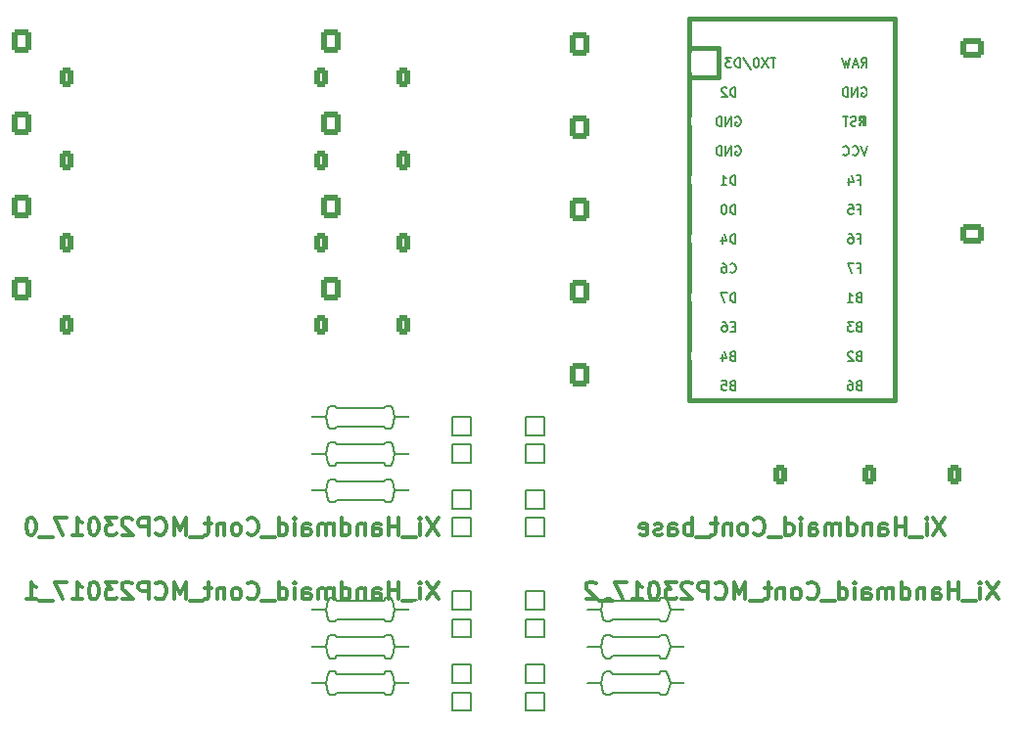
<source format=gbo>
G04 #@! TF.GenerationSoftware,KiCad,Pcbnew,(6.0.7)*
G04 #@! TF.CreationDate,2022-09-26T20:42:46+09:00*
G04 #@! TF.ProjectId,xi_cont,78695f63-6f6e-4742-9e6b-696361645f70,rev?*
G04 #@! TF.SameCoordinates,Original*
G04 #@! TF.FileFunction,Legend,Bot*
G04 #@! TF.FilePolarity,Positive*
%FSLAX46Y46*%
G04 Gerber Fmt 4.6, Leading zero omitted, Abs format (unit mm)*
G04 Created by KiCad (PCBNEW (6.0.7)) date 2022-09-26 20:42:46*
%MOMM*%
%LPD*%
G01*
G04 APERTURE LIST*
G04 Aperture macros list*
%AMRoundRect*
0 Rectangle with rounded corners*
0 $1 Rounding radius*
0 $2 $3 $4 $5 $6 $7 $8 $9 X,Y pos of 4 corners*
0 Add a 4 corners polygon primitive as box body*
4,1,4,$2,$3,$4,$5,$6,$7,$8,$9,$2,$3,0*
0 Add four circle primitives for the rounded corners*
1,1,$1+$1,$2,$3*
1,1,$1+$1,$4,$5*
1,1,$1+$1,$6,$7*
1,1,$1+$1,$8,$9*
0 Add four rect primitives between the rounded corners*
20,1,$1+$1,$2,$3,$4,$5,0*
20,1,$1+$1,$4,$5,$6,$7,0*
20,1,$1+$1,$6,$7,$8,$9,0*
20,1,$1+$1,$8,$9,$2,$3,0*%
G04 Aperture macros list end*
%ADD10C,0.300000*%
%ADD11C,0.150000*%
%ADD12C,0.381000*%
%ADD13C,1.651000*%
%ADD14R,1.752600X1.752600*%
%ADD15C,1.752600*%
%ADD16RoundRect,0.250000X-0.600000X-0.725000X0.600000X-0.725000X0.600000X0.725000X-0.600000X0.725000X0*%
%ADD17O,1.700000X1.950000*%
%ADD18RoundRect,0.250000X-0.350000X-0.625000X0.350000X-0.625000X0.350000X0.625000X-0.350000X0.625000X0*%
%ADD19O,1.200000X1.750000*%
%ADD20R,1.600000X1.600000*%
%ADD21O,1.600000X1.600000*%
%ADD22C,1.400000*%
%ADD23RoundRect,0.250000X-0.725000X0.600000X-0.725000X-0.600000X0.725000X-0.600000X0.725000X0.600000X0*%
%ADD24O,1.950000X1.700000*%
G04 APERTURE END LIST*
D10*
X77388392Y-89666071D02*
X76388392Y-91166071D01*
X76388392Y-89666071D02*
X77388392Y-91166071D01*
X75816964Y-91166071D02*
X75816964Y-90166071D01*
X75816964Y-89666071D02*
X75888392Y-89737500D01*
X75816964Y-89808928D01*
X75745535Y-89737500D01*
X75816964Y-89666071D01*
X75816964Y-89808928D01*
X75459821Y-91308928D02*
X74316964Y-91308928D01*
X73959821Y-91166071D02*
X73959821Y-89666071D01*
X73959821Y-90380357D02*
X73102678Y-90380357D01*
X73102678Y-91166071D02*
X73102678Y-89666071D01*
X71745535Y-91166071D02*
X71745535Y-90380357D01*
X71816964Y-90237500D01*
X71959821Y-90166071D01*
X72245535Y-90166071D01*
X72388392Y-90237500D01*
X71745535Y-91094642D02*
X71888392Y-91166071D01*
X72245535Y-91166071D01*
X72388392Y-91094642D01*
X72459821Y-90951785D01*
X72459821Y-90808928D01*
X72388392Y-90666071D01*
X72245535Y-90594642D01*
X71888392Y-90594642D01*
X71745535Y-90523214D01*
X71031250Y-90166071D02*
X71031250Y-91166071D01*
X71031250Y-90308928D02*
X70959821Y-90237500D01*
X70816964Y-90166071D01*
X70602678Y-90166071D01*
X70459821Y-90237500D01*
X70388392Y-90380357D01*
X70388392Y-91166071D01*
X69031250Y-91166071D02*
X69031250Y-89666071D01*
X69031250Y-91094642D02*
X69174107Y-91166071D01*
X69459821Y-91166071D01*
X69602678Y-91094642D01*
X69674107Y-91023214D01*
X69745535Y-90880357D01*
X69745535Y-90451785D01*
X69674107Y-90308928D01*
X69602678Y-90237500D01*
X69459821Y-90166071D01*
X69174107Y-90166071D01*
X69031250Y-90237500D01*
X68316964Y-91166071D02*
X68316964Y-90166071D01*
X68316964Y-90308928D02*
X68245535Y-90237500D01*
X68102678Y-90166071D01*
X67888392Y-90166071D01*
X67745535Y-90237500D01*
X67674107Y-90380357D01*
X67674107Y-91166071D01*
X67674107Y-90380357D02*
X67602678Y-90237500D01*
X67459821Y-90166071D01*
X67245535Y-90166071D01*
X67102678Y-90237500D01*
X67031250Y-90380357D01*
X67031250Y-91166071D01*
X65674107Y-91166071D02*
X65674107Y-90380357D01*
X65745535Y-90237500D01*
X65888392Y-90166071D01*
X66174107Y-90166071D01*
X66316964Y-90237500D01*
X65674107Y-91094642D02*
X65816964Y-91166071D01*
X66174107Y-91166071D01*
X66316964Y-91094642D01*
X66388392Y-90951785D01*
X66388392Y-90808928D01*
X66316964Y-90666071D01*
X66174107Y-90594642D01*
X65816964Y-90594642D01*
X65674107Y-90523214D01*
X64959821Y-91166071D02*
X64959821Y-90166071D01*
X64959821Y-89666071D02*
X65031250Y-89737500D01*
X64959821Y-89808928D01*
X64888392Y-89737500D01*
X64959821Y-89666071D01*
X64959821Y-89808928D01*
X63602678Y-91166071D02*
X63602678Y-89666071D01*
X63602678Y-91094642D02*
X63745535Y-91166071D01*
X64031250Y-91166071D01*
X64174107Y-91094642D01*
X64245535Y-91023214D01*
X64316964Y-90880357D01*
X64316964Y-90451785D01*
X64245535Y-90308928D01*
X64174107Y-90237500D01*
X64031250Y-90166071D01*
X63745535Y-90166071D01*
X63602678Y-90237500D01*
X63245535Y-91308928D02*
X62102678Y-91308928D01*
X60888392Y-91023214D02*
X60959821Y-91094642D01*
X61174107Y-91166071D01*
X61316964Y-91166071D01*
X61531250Y-91094642D01*
X61674107Y-90951785D01*
X61745535Y-90808928D01*
X61816964Y-90523214D01*
X61816964Y-90308928D01*
X61745535Y-90023214D01*
X61674107Y-89880357D01*
X61531250Y-89737500D01*
X61316964Y-89666071D01*
X61174107Y-89666071D01*
X60959821Y-89737500D01*
X60888392Y-89808928D01*
X60031250Y-91166071D02*
X60174107Y-91094642D01*
X60245535Y-91023214D01*
X60316964Y-90880357D01*
X60316964Y-90451785D01*
X60245535Y-90308928D01*
X60174107Y-90237500D01*
X60031250Y-90166071D01*
X59816964Y-90166071D01*
X59674107Y-90237500D01*
X59602678Y-90308928D01*
X59531250Y-90451785D01*
X59531250Y-90880357D01*
X59602678Y-91023214D01*
X59674107Y-91094642D01*
X59816964Y-91166071D01*
X60031250Y-91166071D01*
X58888392Y-90166071D02*
X58888392Y-91166071D01*
X58888392Y-90308928D02*
X58816964Y-90237500D01*
X58674107Y-90166071D01*
X58459821Y-90166071D01*
X58316964Y-90237500D01*
X58245535Y-90380357D01*
X58245535Y-91166071D01*
X57745535Y-90166071D02*
X57174107Y-90166071D01*
X57531250Y-89666071D02*
X57531250Y-90951785D01*
X57459821Y-91094642D01*
X57316964Y-91166071D01*
X57174107Y-91166071D01*
X57031250Y-91308928D02*
X55888392Y-91308928D01*
X55531250Y-91166071D02*
X55531250Y-89666071D01*
X55031250Y-90737500D01*
X54531250Y-89666071D01*
X54531250Y-91166071D01*
X52959821Y-91023214D02*
X53031250Y-91094642D01*
X53245535Y-91166071D01*
X53388392Y-91166071D01*
X53602678Y-91094642D01*
X53745535Y-90951785D01*
X53816964Y-90808928D01*
X53888392Y-90523214D01*
X53888392Y-90308928D01*
X53816964Y-90023214D01*
X53745535Y-89880357D01*
X53602678Y-89737500D01*
X53388392Y-89666071D01*
X53245535Y-89666071D01*
X53031250Y-89737500D01*
X52959821Y-89808928D01*
X52316964Y-91166071D02*
X52316964Y-89666071D01*
X51745535Y-89666071D01*
X51602678Y-89737500D01*
X51531250Y-89808928D01*
X51459821Y-89951785D01*
X51459821Y-90166071D01*
X51531250Y-90308928D01*
X51602678Y-90380357D01*
X51745535Y-90451785D01*
X52316964Y-90451785D01*
X50888392Y-89808928D02*
X50816964Y-89737500D01*
X50674107Y-89666071D01*
X50316964Y-89666071D01*
X50174107Y-89737500D01*
X50102678Y-89808928D01*
X50031250Y-89951785D01*
X50031250Y-90094642D01*
X50102678Y-90308928D01*
X50959821Y-91166071D01*
X50031250Y-91166071D01*
X49531250Y-89666071D02*
X48602678Y-89666071D01*
X49102678Y-90237500D01*
X48888392Y-90237500D01*
X48745535Y-90308928D01*
X48674107Y-90380357D01*
X48602678Y-90523214D01*
X48602678Y-90880357D01*
X48674107Y-91023214D01*
X48745535Y-91094642D01*
X48888392Y-91166071D01*
X49316964Y-91166071D01*
X49459821Y-91094642D01*
X49531250Y-91023214D01*
X47674107Y-89666071D02*
X47531250Y-89666071D01*
X47388392Y-89737500D01*
X47316964Y-89808928D01*
X47245535Y-89951785D01*
X47174107Y-90237500D01*
X47174107Y-90594642D01*
X47245535Y-90880357D01*
X47316964Y-91023214D01*
X47388392Y-91094642D01*
X47531250Y-91166071D01*
X47674107Y-91166071D01*
X47816964Y-91094642D01*
X47888392Y-91023214D01*
X47959821Y-90880357D01*
X48031250Y-90594642D01*
X48031250Y-90237500D01*
X47959821Y-89951785D01*
X47888392Y-89808928D01*
X47816964Y-89737500D01*
X47674107Y-89666071D01*
X45745535Y-91166071D02*
X46602678Y-91166071D01*
X46174107Y-91166071D02*
X46174107Y-89666071D01*
X46316964Y-89880357D01*
X46459821Y-90023214D01*
X46602678Y-90094642D01*
X45245535Y-89666071D02*
X44245535Y-89666071D01*
X44888392Y-91166071D01*
X44031250Y-91308928D02*
X42888392Y-91308928D01*
X41745535Y-91166071D02*
X42602678Y-91166071D01*
X42174107Y-91166071D02*
X42174107Y-89666071D01*
X42316964Y-89880357D01*
X42459821Y-90023214D01*
X42602678Y-90094642D01*
X121200000Y-84109821D02*
X120200000Y-85609821D01*
X120200000Y-84109821D02*
X121200000Y-85609821D01*
X119628571Y-85609821D02*
X119628571Y-84609821D01*
X119628571Y-84109821D02*
X119700000Y-84181250D01*
X119628571Y-84252678D01*
X119557142Y-84181250D01*
X119628571Y-84109821D01*
X119628571Y-84252678D01*
X119271428Y-85752678D02*
X118128571Y-85752678D01*
X117771428Y-85609821D02*
X117771428Y-84109821D01*
X117771428Y-84824107D02*
X116914285Y-84824107D01*
X116914285Y-85609821D02*
X116914285Y-84109821D01*
X115557142Y-85609821D02*
X115557142Y-84824107D01*
X115628571Y-84681250D01*
X115771428Y-84609821D01*
X116057142Y-84609821D01*
X116200000Y-84681250D01*
X115557142Y-85538392D02*
X115700000Y-85609821D01*
X116057142Y-85609821D01*
X116200000Y-85538392D01*
X116271428Y-85395535D01*
X116271428Y-85252678D01*
X116200000Y-85109821D01*
X116057142Y-85038392D01*
X115700000Y-85038392D01*
X115557142Y-84966964D01*
X114842857Y-84609821D02*
X114842857Y-85609821D01*
X114842857Y-84752678D02*
X114771428Y-84681250D01*
X114628571Y-84609821D01*
X114414285Y-84609821D01*
X114271428Y-84681250D01*
X114200000Y-84824107D01*
X114200000Y-85609821D01*
X112842857Y-85609821D02*
X112842857Y-84109821D01*
X112842857Y-85538392D02*
X112985714Y-85609821D01*
X113271428Y-85609821D01*
X113414285Y-85538392D01*
X113485714Y-85466964D01*
X113557142Y-85324107D01*
X113557142Y-84895535D01*
X113485714Y-84752678D01*
X113414285Y-84681250D01*
X113271428Y-84609821D01*
X112985714Y-84609821D01*
X112842857Y-84681250D01*
X112128571Y-85609821D02*
X112128571Y-84609821D01*
X112128571Y-84752678D02*
X112057142Y-84681250D01*
X111914285Y-84609821D01*
X111700000Y-84609821D01*
X111557142Y-84681250D01*
X111485714Y-84824107D01*
X111485714Y-85609821D01*
X111485714Y-84824107D02*
X111414285Y-84681250D01*
X111271428Y-84609821D01*
X111057142Y-84609821D01*
X110914285Y-84681250D01*
X110842857Y-84824107D01*
X110842857Y-85609821D01*
X109485714Y-85609821D02*
X109485714Y-84824107D01*
X109557142Y-84681250D01*
X109700000Y-84609821D01*
X109985714Y-84609821D01*
X110128571Y-84681250D01*
X109485714Y-85538392D02*
X109628571Y-85609821D01*
X109985714Y-85609821D01*
X110128571Y-85538392D01*
X110200000Y-85395535D01*
X110200000Y-85252678D01*
X110128571Y-85109821D01*
X109985714Y-85038392D01*
X109628571Y-85038392D01*
X109485714Y-84966964D01*
X108771428Y-85609821D02*
X108771428Y-84609821D01*
X108771428Y-84109821D02*
X108842857Y-84181250D01*
X108771428Y-84252678D01*
X108700000Y-84181250D01*
X108771428Y-84109821D01*
X108771428Y-84252678D01*
X107414285Y-85609821D02*
X107414285Y-84109821D01*
X107414285Y-85538392D02*
X107557142Y-85609821D01*
X107842857Y-85609821D01*
X107985714Y-85538392D01*
X108057142Y-85466964D01*
X108128571Y-85324107D01*
X108128571Y-84895535D01*
X108057142Y-84752678D01*
X107985714Y-84681250D01*
X107842857Y-84609821D01*
X107557142Y-84609821D01*
X107414285Y-84681250D01*
X107057142Y-85752678D02*
X105914285Y-85752678D01*
X104700000Y-85466964D02*
X104771428Y-85538392D01*
X104985714Y-85609821D01*
X105128571Y-85609821D01*
X105342857Y-85538392D01*
X105485714Y-85395535D01*
X105557142Y-85252678D01*
X105628571Y-84966964D01*
X105628571Y-84752678D01*
X105557142Y-84466964D01*
X105485714Y-84324107D01*
X105342857Y-84181250D01*
X105128571Y-84109821D01*
X104985714Y-84109821D01*
X104771428Y-84181250D01*
X104700000Y-84252678D01*
X103842857Y-85609821D02*
X103985714Y-85538392D01*
X104057142Y-85466964D01*
X104128571Y-85324107D01*
X104128571Y-84895535D01*
X104057142Y-84752678D01*
X103985714Y-84681250D01*
X103842857Y-84609821D01*
X103628571Y-84609821D01*
X103485714Y-84681250D01*
X103414285Y-84752678D01*
X103342857Y-84895535D01*
X103342857Y-85324107D01*
X103414285Y-85466964D01*
X103485714Y-85538392D01*
X103628571Y-85609821D01*
X103842857Y-85609821D01*
X102700000Y-84609821D02*
X102700000Y-85609821D01*
X102700000Y-84752678D02*
X102628571Y-84681250D01*
X102485714Y-84609821D01*
X102271428Y-84609821D01*
X102128571Y-84681250D01*
X102057142Y-84824107D01*
X102057142Y-85609821D01*
X101557142Y-84609821D02*
X100985714Y-84609821D01*
X101342857Y-84109821D02*
X101342857Y-85395535D01*
X101271428Y-85538392D01*
X101128571Y-85609821D01*
X100985714Y-85609821D01*
X100842857Y-85752678D02*
X99700000Y-85752678D01*
X99342857Y-85609821D02*
X99342857Y-84109821D01*
X99342857Y-84681250D02*
X99200000Y-84609821D01*
X98914285Y-84609821D01*
X98771428Y-84681250D01*
X98700000Y-84752678D01*
X98628571Y-84895535D01*
X98628571Y-85324107D01*
X98700000Y-85466964D01*
X98771428Y-85538392D01*
X98914285Y-85609821D01*
X99200000Y-85609821D01*
X99342857Y-85538392D01*
X97342857Y-85609821D02*
X97342857Y-84824107D01*
X97414285Y-84681250D01*
X97557142Y-84609821D01*
X97842857Y-84609821D01*
X97985714Y-84681250D01*
X97342857Y-85538392D02*
X97485714Y-85609821D01*
X97842857Y-85609821D01*
X97985714Y-85538392D01*
X98057142Y-85395535D01*
X98057142Y-85252678D01*
X97985714Y-85109821D01*
X97842857Y-85038392D01*
X97485714Y-85038392D01*
X97342857Y-84966964D01*
X96700000Y-85538392D02*
X96557142Y-85609821D01*
X96271428Y-85609821D01*
X96128571Y-85538392D01*
X96057142Y-85395535D01*
X96057142Y-85324107D01*
X96128571Y-85181250D01*
X96271428Y-85109821D01*
X96485714Y-85109821D01*
X96628571Y-85038392D01*
X96700000Y-84895535D01*
X96700000Y-84824107D01*
X96628571Y-84681250D01*
X96485714Y-84609821D01*
X96271428Y-84609821D01*
X96128571Y-84681250D01*
X94842857Y-85538392D02*
X94985714Y-85609821D01*
X95271428Y-85609821D01*
X95414285Y-85538392D01*
X95485714Y-85395535D01*
X95485714Y-84824107D01*
X95414285Y-84681250D01*
X95271428Y-84609821D01*
X94985714Y-84609821D01*
X94842857Y-84681250D01*
X94771428Y-84824107D01*
X94771428Y-84966964D01*
X95485714Y-85109821D01*
X77388392Y-84109821D02*
X76388392Y-85609821D01*
X76388392Y-84109821D02*
X77388392Y-85609821D01*
X75816964Y-85609821D02*
X75816964Y-84609821D01*
X75816964Y-84109821D02*
X75888392Y-84181250D01*
X75816964Y-84252678D01*
X75745535Y-84181250D01*
X75816964Y-84109821D01*
X75816964Y-84252678D01*
X75459821Y-85752678D02*
X74316964Y-85752678D01*
X73959821Y-85609821D02*
X73959821Y-84109821D01*
X73959821Y-84824107D02*
X73102678Y-84824107D01*
X73102678Y-85609821D02*
X73102678Y-84109821D01*
X71745535Y-85609821D02*
X71745535Y-84824107D01*
X71816964Y-84681250D01*
X71959821Y-84609821D01*
X72245535Y-84609821D01*
X72388392Y-84681250D01*
X71745535Y-85538392D02*
X71888392Y-85609821D01*
X72245535Y-85609821D01*
X72388392Y-85538392D01*
X72459821Y-85395535D01*
X72459821Y-85252678D01*
X72388392Y-85109821D01*
X72245535Y-85038392D01*
X71888392Y-85038392D01*
X71745535Y-84966964D01*
X71031250Y-84609821D02*
X71031250Y-85609821D01*
X71031250Y-84752678D02*
X70959821Y-84681250D01*
X70816964Y-84609821D01*
X70602678Y-84609821D01*
X70459821Y-84681250D01*
X70388392Y-84824107D01*
X70388392Y-85609821D01*
X69031250Y-85609821D02*
X69031250Y-84109821D01*
X69031250Y-85538392D02*
X69174107Y-85609821D01*
X69459821Y-85609821D01*
X69602678Y-85538392D01*
X69674107Y-85466964D01*
X69745535Y-85324107D01*
X69745535Y-84895535D01*
X69674107Y-84752678D01*
X69602678Y-84681250D01*
X69459821Y-84609821D01*
X69174107Y-84609821D01*
X69031250Y-84681250D01*
X68316964Y-85609821D02*
X68316964Y-84609821D01*
X68316964Y-84752678D02*
X68245535Y-84681250D01*
X68102678Y-84609821D01*
X67888392Y-84609821D01*
X67745535Y-84681250D01*
X67674107Y-84824107D01*
X67674107Y-85609821D01*
X67674107Y-84824107D02*
X67602678Y-84681250D01*
X67459821Y-84609821D01*
X67245535Y-84609821D01*
X67102678Y-84681250D01*
X67031250Y-84824107D01*
X67031250Y-85609821D01*
X65674107Y-85609821D02*
X65674107Y-84824107D01*
X65745535Y-84681250D01*
X65888392Y-84609821D01*
X66174107Y-84609821D01*
X66316964Y-84681250D01*
X65674107Y-85538392D02*
X65816964Y-85609821D01*
X66174107Y-85609821D01*
X66316964Y-85538392D01*
X66388392Y-85395535D01*
X66388392Y-85252678D01*
X66316964Y-85109821D01*
X66174107Y-85038392D01*
X65816964Y-85038392D01*
X65674107Y-84966964D01*
X64959821Y-85609821D02*
X64959821Y-84609821D01*
X64959821Y-84109821D02*
X65031250Y-84181250D01*
X64959821Y-84252678D01*
X64888392Y-84181250D01*
X64959821Y-84109821D01*
X64959821Y-84252678D01*
X63602678Y-85609821D02*
X63602678Y-84109821D01*
X63602678Y-85538392D02*
X63745535Y-85609821D01*
X64031250Y-85609821D01*
X64174107Y-85538392D01*
X64245535Y-85466964D01*
X64316964Y-85324107D01*
X64316964Y-84895535D01*
X64245535Y-84752678D01*
X64174107Y-84681250D01*
X64031250Y-84609821D01*
X63745535Y-84609821D01*
X63602678Y-84681250D01*
X63245535Y-85752678D02*
X62102678Y-85752678D01*
X60888392Y-85466964D02*
X60959821Y-85538392D01*
X61174107Y-85609821D01*
X61316964Y-85609821D01*
X61531250Y-85538392D01*
X61674107Y-85395535D01*
X61745535Y-85252678D01*
X61816964Y-84966964D01*
X61816964Y-84752678D01*
X61745535Y-84466964D01*
X61674107Y-84324107D01*
X61531250Y-84181250D01*
X61316964Y-84109821D01*
X61174107Y-84109821D01*
X60959821Y-84181250D01*
X60888392Y-84252678D01*
X60031250Y-85609821D02*
X60174107Y-85538392D01*
X60245535Y-85466964D01*
X60316964Y-85324107D01*
X60316964Y-84895535D01*
X60245535Y-84752678D01*
X60174107Y-84681250D01*
X60031250Y-84609821D01*
X59816964Y-84609821D01*
X59674107Y-84681250D01*
X59602678Y-84752678D01*
X59531250Y-84895535D01*
X59531250Y-85324107D01*
X59602678Y-85466964D01*
X59674107Y-85538392D01*
X59816964Y-85609821D01*
X60031250Y-85609821D01*
X58888392Y-84609821D02*
X58888392Y-85609821D01*
X58888392Y-84752678D02*
X58816964Y-84681250D01*
X58674107Y-84609821D01*
X58459821Y-84609821D01*
X58316964Y-84681250D01*
X58245535Y-84824107D01*
X58245535Y-85609821D01*
X57745535Y-84609821D02*
X57174107Y-84609821D01*
X57531250Y-84109821D02*
X57531250Y-85395535D01*
X57459821Y-85538392D01*
X57316964Y-85609821D01*
X57174107Y-85609821D01*
X57031250Y-85752678D02*
X55888392Y-85752678D01*
X55531250Y-85609821D02*
X55531250Y-84109821D01*
X55031250Y-85181250D01*
X54531250Y-84109821D01*
X54531250Y-85609821D01*
X52959821Y-85466964D02*
X53031250Y-85538392D01*
X53245535Y-85609821D01*
X53388392Y-85609821D01*
X53602678Y-85538392D01*
X53745535Y-85395535D01*
X53816964Y-85252678D01*
X53888392Y-84966964D01*
X53888392Y-84752678D01*
X53816964Y-84466964D01*
X53745535Y-84324107D01*
X53602678Y-84181250D01*
X53388392Y-84109821D01*
X53245535Y-84109821D01*
X53031250Y-84181250D01*
X52959821Y-84252678D01*
X52316964Y-85609821D02*
X52316964Y-84109821D01*
X51745535Y-84109821D01*
X51602678Y-84181250D01*
X51531250Y-84252678D01*
X51459821Y-84395535D01*
X51459821Y-84609821D01*
X51531250Y-84752678D01*
X51602678Y-84824107D01*
X51745535Y-84895535D01*
X52316964Y-84895535D01*
X50888392Y-84252678D02*
X50816964Y-84181250D01*
X50674107Y-84109821D01*
X50316964Y-84109821D01*
X50174107Y-84181250D01*
X50102678Y-84252678D01*
X50031250Y-84395535D01*
X50031250Y-84538392D01*
X50102678Y-84752678D01*
X50959821Y-85609821D01*
X50031250Y-85609821D01*
X49531250Y-84109821D02*
X48602678Y-84109821D01*
X49102678Y-84681250D01*
X48888392Y-84681250D01*
X48745535Y-84752678D01*
X48674107Y-84824107D01*
X48602678Y-84966964D01*
X48602678Y-85324107D01*
X48674107Y-85466964D01*
X48745535Y-85538392D01*
X48888392Y-85609821D01*
X49316964Y-85609821D01*
X49459821Y-85538392D01*
X49531250Y-85466964D01*
X47674107Y-84109821D02*
X47531250Y-84109821D01*
X47388392Y-84181250D01*
X47316964Y-84252678D01*
X47245535Y-84395535D01*
X47174107Y-84681250D01*
X47174107Y-85038392D01*
X47245535Y-85324107D01*
X47316964Y-85466964D01*
X47388392Y-85538392D01*
X47531250Y-85609821D01*
X47674107Y-85609821D01*
X47816964Y-85538392D01*
X47888392Y-85466964D01*
X47959821Y-85324107D01*
X48031250Y-85038392D01*
X48031250Y-84681250D01*
X47959821Y-84395535D01*
X47888392Y-84252678D01*
X47816964Y-84181250D01*
X47674107Y-84109821D01*
X45745535Y-85609821D02*
X46602678Y-85609821D01*
X46174107Y-85609821D02*
X46174107Y-84109821D01*
X46316964Y-84324107D01*
X46459821Y-84466964D01*
X46602678Y-84538392D01*
X45245535Y-84109821D02*
X44245535Y-84109821D01*
X44888392Y-85609821D01*
X44031250Y-85752678D02*
X42888392Y-85752678D01*
X42245535Y-84109821D02*
X42102678Y-84109821D01*
X41959821Y-84181250D01*
X41888392Y-84252678D01*
X41816964Y-84395535D01*
X41745535Y-84681250D01*
X41745535Y-85038392D01*
X41816964Y-85324107D01*
X41888392Y-85466964D01*
X41959821Y-85538392D01*
X42102678Y-85609821D01*
X42245535Y-85609821D01*
X42388392Y-85538392D01*
X42459821Y-85466964D01*
X42531250Y-85324107D01*
X42602678Y-85038392D01*
X42602678Y-84681250D01*
X42531250Y-84395535D01*
X42459821Y-84252678D01*
X42388392Y-84181250D01*
X42245535Y-84109821D01*
X125807142Y-89666071D02*
X124807142Y-91166071D01*
X124807142Y-89666071D02*
X125807142Y-91166071D01*
X124235714Y-91166071D02*
X124235714Y-90166071D01*
X124235714Y-89666071D02*
X124307142Y-89737500D01*
X124235714Y-89808928D01*
X124164285Y-89737500D01*
X124235714Y-89666071D01*
X124235714Y-89808928D01*
X123878571Y-91308928D02*
X122735714Y-91308928D01*
X122378571Y-91166071D02*
X122378571Y-89666071D01*
X122378571Y-90380357D02*
X121521428Y-90380357D01*
X121521428Y-91166071D02*
X121521428Y-89666071D01*
X120164285Y-91166071D02*
X120164285Y-90380357D01*
X120235714Y-90237500D01*
X120378571Y-90166071D01*
X120664285Y-90166071D01*
X120807142Y-90237500D01*
X120164285Y-91094642D02*
X120307142Y-91166071D01*
X120664285Y-91166071D01*
X120807142Y-91094642D01*
X120878571Y-90951785D01*
X120878571Y-90808928D01*
X120807142Y-90666071D01*
X120664285Y-90594642D01*
X120307142Y-90594642D01*
X120164285Y-90523214D01*
X119450000Y-90166071D02*
X119450000Y-91166071D01*
X119450000Y-90308928D02*
X119378571Y-90237500D01*
X119235714Y-90166071D01*
X119021428Y-90166071D01*
X118878571Y-90237500D01*
X118807142Y-90380357D01*
X118807142Y-91166071D01*
X117450000Y-91166071D02*
X117450000Y-89666071D01*
X117450000Y-91094642D02*
X117592857Y-91166071D01*
X117878571Y-91166071D01*
X118021428Y-91094642D01*
X118092857Y-91023214D01*
X118164285Y-90880357D01*
X118164285Y-90451785D01*
X118092857Y-90308928D01*
X118021428Y-90237500D01*
X117878571Y-90166071D01*
X117592857Y-90166071D01*
X117450000Y-90237500D01*
X116735714Y-91166071D02*
X116735714Y-90166071D01*
X116735714Y-90308928D02*
X116664285Y-90237500D01*
X116521428Y-90166071D01*
X116307142Y-90166071D01*
X116164285Y-90237500D01*
X116092857Y-90380357D01*
X116092857Y-91166071D01*
X116092857Y-90380357D02*
X116021428Y-90237500D01*
X115878571Y-90166071D01*
X115664285Y-90166071D01*
X115521428Y-90237500D01*
X115450000Y-90380357D01*
X115450000Y-91166071D01*
X114092857Y-91166071D02*
X114092857Y-90380357D01*
X114164285Y-90237500D01*
X114307142Y-90166071D01*
X114592857Y-90166071D01*
X114735714Y-90237500D01*
X114092857Y-91094642D02*
X114235714Y-91166071D01*
X114592857Y-91166071D01*
X114735714Y-91094642D01*
X114807142Y-90951785D01*
X114807142Y-90808928D01*
X114735714Y-90666071D01*
X114592857Y-90594642D01*
X114235714Y-90594642D01*
X114092857Y-90523214D01*
X113378571Y-91166071D02*
X113378571Y-90166071D01*
X113378571Y-89666071D02*
X113450000Y-89737500D01*
X113378571Y-89808928D01*
X113307142Y-89737500D01*
X113378571Y-89666071D01*
X113378571Y-89808928D01*
X112021428Y-91166071D02*
X112021428Y-89666071D01*
X112021428Y-91094642D02*
X112164285Y-91166071D01*
X112450000Y-91166071D01*
X112592857Y-91094642D01*
X112664285Y-91023214D01*
X112735714Y-90880357D01*
X112735714Y-90451785D01*
X112664285Y-90308928D01*
X112592857Y-90237500D01*
X112450000Y-90166071D01*
X112164285Y-90166071D01*
X112021428Y-90237500D01*
X111664285Y-91308928D02*
X110521428Y-91308928D01*
X109307142Y-91023214D02*
X109378571Y-91094642D01*
X109592857Y-91166071D01*
X109735714Y-91166071D01*
X109950000Y-91094642D01*
X110092857Y-90951785D01*
X110164285Y-90808928D01*
X110235714Y-90523214D01*
X110235714Y-90308928D01*
X110164285Y-90023214D01*
X110092857Y-89880357D01*
X109950000Y-89737500D01*
X109735714Y-89666071D01*
X109592857Y-89666071D01*
X109378571Y-89737500D01*
X109307142Y-89808928D01*
X108450000Y-91166071D02*
X108592857Y-91094642D01*
X108664285Y-91023214D01*
X108735714Y-90880357D01*
X108735714Y-90451785D01*
X108664285Y-90308928D01*
X108592857Y-90237500D01*
X108450000Y-90166071D01*
X108235714Y-90166071D01*
X108092857Y-90237500D01*
X108021428Y-90308928D01*
X107950000Y-90451785D01*
X107950000Y-90880357D01*
X108021428Y-91023214D01*
X108092857Y-91094642D01*
X108235714Y-91166071D01*
X108450000Y-91166071D01*
X107307142Y-90166071D02*
X107307142Y-91166071D01*
X107307142Y-90308928D02*
X107235714Y-90237500D01*
X107092857Y-90166071D01*
X106878571Y-90166071D01*
X106735714Y-90237500D01*
X106664285Y-90380357D01*
X106664285Y-91166071D01*
X106164285Y-90166071D02*
X105592857Y-90166071D01*
X105950000Y-89666071D02*
X105950000Y-90951785D01*
X105878571Y-91094642D01*
X105735714Y-91166071D01*
X105592857Y-91166071D01*
X105450000Y-91308928D02*
X104307142Y-91308928D01*
X103950000Y-91166071D02*
X103950000Y-89666071D01*
X103450000Y-90737500D01*
X102950000Y-89666071D01*
X102950000Y-91166071D01*
X101378571Y-91023214D02*
X101450000Y-91094642D01*
X101664285Y-91166071D01*
X101807142Y-91166071D01*
X102021428Y-91094642D01*
X102164285Y-90951785D01*
X102235714Y-90808928D01*
X102307142Y-90523214D01*
X102307142Y-90308928D01*
X102235714Y-90023214D01*
X102164285Y-89880357D01*
X102021428Y-89737500D01*
X101807142Y-89666071D01*
X101664285Y-89666071D01*
X101450000Y-89737500D01*
X101378571Y-89808928D01*
X100735714Y-91166071D02*
X100735714Y-89666071D01*
X100164285Y-89666071D01*
X100021428Y-89737500D01*
X99950000Y-89808928D01*
X99878571Y-89951785D01*
X99878571Y-90166071D01*
X99950000Y-90308928D01*
X100021428Y-90380357D01*
X100164285Y-90451785D01*
X100735714Y-90451785D01*
X99307142Y-89808928D02*
X99235714Y-89737500D01*
X99092857Y-89666071D01*
X98735714Y-89666071D01*
X98592857Y-89737500D01*
X98521428Y-89808928D01*
X98450000Y-89951785D01*
X98450000Y-90094642D01*
X98521428Y-90308928D01*
X99378571Y-91166071D01*
X98450000Y-91166071D01*
X97950000Y-89666071D02*
X97021428Y-89666071D01*
X97521428Y-90237500D01*
X97307142Y-90237500D01*
X97164285Y-90308928D01*
X97092857Y-90380357D01*
X97021428Y-90523214D01*
X97021428Y-90880357D01*
X97092857Y-91023214D01*
X97164285Y-91094642D01*
X97307142Y-91166071D01*
X97735714Y-91166071D01*
X97878571Y-91094642D01*
X97950000Y-91023214D01*
X96092857Y-89666071D02*
X95950000Y-89666071D01*
X95807142Y-89737500D01*
X95735714Y-89808928D01*
X95664285Y-89951785D01*
X95592857Y-90237500D01*
X95592857Y-90594642D01*
X95664285Y-90880357D01*
X95735714Y-91023214D01*
X95807142Y-91094642D01*
X95950000Y-91166071D01*
X96092857Y-91166071D01*
X96235714Y-91094642D01*
X96307142Y-91023214D01*
X96378571Y-90880357D01*
X96450000Y-90594642D01*
X96450000Y-90237500D01*
X96378571Y-89951785D01*
X96307142Y-89808928D01*
X96235714Y-89737500D01*
X96092857Y-89666071D01*
X94164285Y-91166071D02*
X95021428Y-91166071D01*
X94592857Y-91166071D02*
X94592857Y-89666071D01*
X94735714Y-89880357D01*
X94878571Y-90023214D01*
X95021428Y-90094642D01*
X93664285Y-89666071D02*
X92664285Y-89666071D01*
X93307142Y-91166071D01*
X92450000Y-91308928D02*
X91307142Y-91308928D01*
X91021428Y-89808928D02*
X90950000Y-89737500D01*
X90807142Y-89666071D01*
X90450000Y-89666071D01*
X90307142Y-89737500D01*
X90235714Y-89808928D01*
X90164285Y-89951785D01*
X90164285Y-90094642D01*
X90235714Y-90308928D01*
X91092857Y-91166071D01*
X90164285Y-91166071D01*
D11*
X113677666Y-62490357D02*
X113944333Y-62490357D01*
X113944333Y-62909404D02*
X113944333Y-62109404D01*
X113563380Y-62109404D01*
X113334809Y-62109404D02*
X112801476Y-62109404D01*
X113144333Y-62909404D01*
X113734809Y-70110357D02*
X113620523Y-70148452D01*
X113582428Y-70186547D01*
X113544333Y-70262738D01*
X113544333Y-70377023D01*
X113582428Y-70453214D01*
X113620523Y-70491309D01*
X113696714Y-70529404D01*
X114001476Y-70529404D01*
X114001476Y-69729404D01*
X113734809Y-69729404D01*
X113658619Y-69767500D01*
X113620523Y-69805595D01*
X113582428Y-69881785D01*
X113582428Y-69957976D01*
X113620523Y-70034166D01*
X113658619Y-70072261D01*
X113734809Y-70110357D01*
X114001476Y-70110357D01*
X113239571Y-69805595D02*
X113201476Y-69767500D01*
X113125285Y-69729404D01*
X112934809Y-69729404D01*
X112858619Y-69767500D01*
X112820523Y-69805595D01*
X112782428Y-69881785D01*
X112782428Y-69957976D01*
X112820523Y-70072261D01*
X113277666Y-70529404D01*
X112782428Y-70529404D01*
X103041380Y-67570357D02*
X102774714Y-67570357D01*
X102660428Y-67989404D02*
X103041380Y-67989404D01*
X103041380Y-67189404D01*
X102660428Y-67189404D01*
X101974714Y-67189404D02*
X102127095Y-67189404D01*
X102203285Y-67227500D01*
X102241380Y-67265595D01*
X102317571Y-67379880D01*
X102355666Y-67532261D01*
X102355666Y-67837023D01*
X102317571Y-67913214D01*
X102279476Y-67951309D01*
X102203285Y-67989404D01*
X102050904Y-67989404D01*
X101974714Y-67951309D01*
X101936619Y-67913214D01*
X101898523Y-67837023D01*
X101898523Y-67646547D01*
X101936619Y-67570357D01*
X101974714Y-67532261D01*
X102050904Y-67494166D01*
X102203285Y-67494166D01*
X102279476Y-67532261D01*
X102317571Y-67570357D01*
X102355666Y-67646547D01*
X102812809Y-70110357D02*
X102698523Y-70148452D01*
X102660428Y-70186547D01*
X102622333Y-70262738D01*
X102622333Y-70377023D01*
X102660428Y-70453214D01*
X102698523Y-70491309D01*
X102774714Y-70529404D01*
X103079476Y-70529404D01*
X103079476Y-69729404D01*
X102812809Y-69729404D01*
X102736619Y-69767500D01*
X102698523Y-69805595D01*
X102660428Y-69881785D01*
X102660428Y-69957976D01*
X102698523Y-70034166D01*
X102736619Y-70072261D01*
X102812809Y-70110357D01*
X103079476Y-70110357D01*
X101936619Y-69996071D02*
X101936619Y-70529404D01*
X102127095Y-69691309D02*
X102317571Y-70262738D01*
X101822333Y-70262738D01*
X103079476Y-60369404D02*
X103079476Y-59569404D01*
X102889000Y-59569404D01*
X102774714Y-59607500D01*
X102698523Y-59683690D01*
X102660428Y-59759880D01*
X102622333Y-59912261D01*
X102622333Y-60026547D01*
X102660428Y-60178928D01*
X102698523Y-60255119D01*
X102774714Y-60331309D01*
X102889000Y-60369404D01*
X103079476Y-60369404D01*
X101936619Y-59836071D02*
X101936619Y-60369404D01*
X102127095Y-59531309D02*
X102317571Y-60102738D01*
X101822333Y-60102738D01*
X103079476Y-47669404D02*
X103079476Y-46869404D01*
X102889000Y-46869404D01*
X102774714Y-46907500D01*
X102698523Y-46983690D01*
X102660428Y-47059880D01*
X102622333Y-47212261D01*
X102622333Y-47326547D01*
X102660428Y-47478928D01*
X102698523Y-47555119D01*
X102774714Y-47631309D01*
X102889000Y-47669404D01*
X103079476Y-47669404D01*
X102317571Y-46945595D02*
X102279476Y-46907500D01*
X102203285Y-46869404D01*
X102012809Y-46869404D01*
X101936619Y-46907500D01*
X101898523Y-46945595D01*
X101860428Y-47021785D01*
X101860428Y-47097976D01*
X101898523Y-47212261D01*
X102355666Y-47669404D01*
X101860428Y-47669404D01*
X114477666Y-51949404D02*
X114211000Y-52749404D01*
X113944333Y-51949404D01*
X113220523Y-52673214D02*
X113258619Y-52711309D01*
X113372904Y-52749404D01*
X113449095Y-52749404D01*
X113563380Y-52711309D01*
X113639571Y-52635119D01*
X113677666Y-52558928D01*
X113715761Y-52406547D01*
X113715761Y-52292261D01*
X113677666Y-52139880D01*
X113639571Y-52063690D01*
X113563380Y-51987500D01*
X113449095Y-51949404D01*
X113372904Y-51949404D01*
X113258619Y-51987500D01*
X113220523Y-52025595D01*
X112420523Y-52673214D02*
X112458619Y-52711309D01*
X112572904Y-52749404D01*
X112649095Y-52749404D01*
X112763380Y-52711309D01*
X112839571Y-52635119D01*
X112877666Y-52558928D01*
X112915761Y-52406547D01*
X112915761Y-52292261D01*
X112877666Y-52139880D01*
X112839571Y-52063690D01*
X112763380Y-51987500D01*
X112649095Y-51949404D01*
X112572904Y-51949404D01*
X112458619Y-51987500D01*
X112420523Y-52025595D01*
X113734809Y-72650357D02*
X113620523Y-72688452D01*
X113582428Y-72726547D01*
X113544333Y-72802738D01*
X113544333Y-72917023D01*
X113582428Y-72993214D01*
X113620523Y-73031309D01*
X113696714Y-73069404D01*
X114001476Y-73069404D01*
X114001476Y-72269404D01*
X113734809Y-72269404D01*
X113658619Y-72307500D01*
X113620523Y-72345595D01*
X113582428Y-72421785D01*
X113582428Y-72497976D01*
X113620523Y-72574166D01*
X113658619Y-72612261D01*
X113734809Y-72650357D01*
X114001476Y-72650357D01*
X112858619Y-72269404D02*
X113011000Y-72269404D01*
X113087190Y-72307500D01*
X113125285Y-72345595D01*
X113201476Y-72459880D01*
X113239571Y-72612261D01*
X113239571Y-72917023D01*
X113201476Y-72993214D01*
X113163380Y-73031309D01*
X113087190Y-73069404D01*
X112934809Y-73069404D01*
X112858619Y-73031309D01*
X112820523Y-72993214D01*
X112782428Y-72917023D01*
X112782428Y-72726547D01*
X112820523Y-72650357D01*
X112858619Y-72612261D01*
X112934809Y-72574166D01*
X113087190Y-72574166D01*
X113163380Y-72612261D01*
X113201476Y-72650357D01*
X113239571Y-72726547D01*
X103098523Y-49447500D02*
X103174714Y-49409404D01*
X103289000Y-49409404D01*
X103403285Y-49447500D01*
X103479476Y-49523690D01*
X103517571Y-49599880D01*
X103555666Y-49752261D01*
X103555666Y-49866547D01*
X103517571Y-50018928D01*
X103479476Y-50095119D01*
X103403285Y-50171309D01*
X103289000Y-50209404D01*
X103212809Y-50209404D01*
X103098523Y-50171309D01*
X103060428Y-50133214D01*
X103060428Y-49866547D01*
X103212809Y-49866547D01*
X102717571Y-50209404D02*
X102717571Y-49409404D01*
X102260428Y-50209404D01*
X102260428Y-49409404D01*
X101879476Y-50209404D02*
X101879476Y-49409404D01*
X101689000Y-49409404D01*
X101574714Y-49447500D01*
X101498523Y-49523690D01*
X101460428Y-49599880D01*
X101422333Y-49752261D01*
X101422333Y-49866547D01*
X101460428Y-50018928D01*
X101498523Y-50095119D01*
X101574714Y-50171309D01*
X101689000Y-50209404D01*
X101879476Y-50209404D01*
X113734809Y-67570357D02*
X113620523Y-67608452D01*
X113582428Y-67646547D01*
X113544333Y-67722738D01*
X113544333Y-67837023D01*
X113582428Y-67913214D01*
X113620523Y-67951309D01*
X113696714Y-67989404D01*
X114001476Y-67989404D01*
X114001476Y-67189404D01*
X113734809Y-67189404D01*
X113658619Y-67227500D01*
X113620523Y-67265595D01*
X113582428Y-67341785D01*
X113582428Y-67417976D01*
X113620523Y-67494166D01*
X113658619Y-67532261D01*
X113734809Y-67570357D01*
X114001476Y-67570357D01*
X113277666Y-67189404D02*
X112782428Y-67189404D01*
X113049095Y-67494166D01*
X112934809Y-67494166D01*
X112858619Y-67532261D01*
X112820523Y-67570357D01*
X112782428Y-67646547D01*
X112782428Y-67837023D01*
X112820523Y-67913214D01*
X112858619Y-67951309D01*
X112934809Y-67989404D01*
X113163380Y-67989404D01*
X113239571Y-67951309D01*
X113277666Y-67913214D01*
X113677666Y-59950357D02*
X113944333Y-59950357D01*
X113944333Y-60369404D02*
X113944333Y-59569404D01*
X113563380Y-59569404D01*
X112915761Y-59569404D02*
X113068142Y-59569404D01*
X113144333Y-59607500D01*
X113182428Y-59645595D01*
X113258619Y-59759880D01*
X113296714Y-59912261D01*
X113296714Y-60217023D01*
X113258619Y-60293214D01*
X113220523Y-60331309D01*
X113144333Y-60369404D01*
X112991952Y-60369404D01*
X112915761Y-60331309D01*
X112877666Y-60293214D01*
X112839571Y-60217023D01*
X112839571Y-60026547D01*
X112877666Y-59950357D01*
X112915761Y-59912261D01*
X112991952Y-59874166D01*
X113144333Y-59874166D01*
X113220523Y-59912261D01*
X113258619Y-59950357D01*
X113296714Y-60026547D01*
X106568604Y-44329404D02*
X106111461Y-44329404D01*
X106340032Y-45129404D02*
X106340032Y-44329404D01*
X105920985Y-44329404D02*
X105387651Y-45129404D01*
X105387651Y-44329404D02*
X105920985Y-45129404D01*
X104930508Y-44329404D02*
X104854318Y-44329404D01*
X104778128Y-44367500D01*
X104740032Y-44405595D01*
X104701937Y-44481785D01*
X104663842Y-44634166D01*
X104663842Y-44824642D01*
X104701937Y-44977023D01*
X104740032Y-45053214D01*
X104778128Y-45091309D01*
X104854318Y-45129404D01*
X104930508Y-45129404D01*
X105006699Y-45091309D01*
X105044794Y-45053214D01*
X105082889Y-44977023D01*
X105120985Y-44824642D01*
X105120985Y-44634166D01*
X105082889Y-44481785D01*
X105044794Y-44405595D01*
X105006699Y-44367500D01*
X104930508Y-44329404D01*
X103749556Y-44291309D02*
X104435270Y-45319880D01*
X103482889Y-45129404D02*
X103482889Y-44329404D01*
X103292413Y-44329404D01*
X103178128Y-44367500D01*
X103101937Y-44443690D01*
X103063842Y-44519880D01*
X103025747Y-44672261D01*
X103025747Y-44786547D01*
X103063842Y-44938928D01*
X103101937Y-45015119D01*
X103178128Y-45091309D01*
X103292413Y-45129404D01*
X103482889Y-45129404D01*
X102759080Y-44329404D02*
X102263842Y-44329404D01*
X102530508Y-44634166D01*
X102416223Y-44634166D01*
X102340032Y-44672261D01*
X102301937Y-44710357D01*
X102263842Y-44786547D01*
X102263842Y-44977023D01*
X102301937Y-45053214D01*
X102340032Y-45091309D01*
X102416223Y-45129404D01*
X102644794Y-45129404D01*
X102720985Y-45091309D01*
X102759080Y-45053214D01*
X113963380Y-45129404D02*
X114230047Y-44748452D01*
X114420523Y-45129404D02*
X114420523Y-44329404D01*
X114115761Y-44329404D01*
X114039571Y-44367500D01*
X114001476Y-44405595D01*
X113963380Y-44481785D01*
X113963380Y-44596071D01*
X114001476Y-44672261D01*
X114039571Y-44710357D01*
X114115761Y-44748452D01*
X114420523Y-44748452D01*
X113658619Y-44900833D02*
X113277666Y-44900833D01*
X113734809Y-45129404D02*
X113468142Y-44329404D01*
X113201476Y-45129404D01*
X113011000Y-44329404D02*
X112820523Y-45129404D01*
X112668142Y-44557976D01*
X112515761Y-45129404D01*
X112325285Y-44329404D01*
X103079476Y-57829404D02*
X103079476Y-57029404D01*
X102889000Y-57029404D01*
X102774714Y-57067500D01*
X102698523Y-57143690D01*
X102660428Y-57219880D01*
X102622333Y-57372261D01*
X102622333Y-57486547D01*
X102660428Y-57638928D01*
X102698523Y-57715119D01*
X102774714Y-57791309D01*
X102889000Y-57829404D01*
X103079476Y-57829404D01*
X102127095Y-57029404D02*
X102050904Y-57029404D01*
X101974714Y-57067500D01*
X101936619Y-57105595D01*
X101898523Y-57181785D01*
X101860428Y-57334166D01*
X101860428Y-57524642D01*
X101898523Y-57677023D01*
X101936619Y-57753214D01*
X101974714Y-57791309D01*
X102050904Y-57829404D01*
X102127095Y-57829404D01*
X102203285Y-57791309D01*
X102241380Y-57753214D01*
X102279476Y-57677023D01*
X102317571Y-57524642D01*
X102317571Y-57334166D01*
X102279476Y-57181785D01*
X102241380Y-57105595D01*
X102203285Y-57067500D01*
X102127095Y-57029404D01*
X103079476Y-55289404D02*
X103079476Y-54489404D01*
X102889000Y-54489404D01*
X102774714Y-54527500D01*
X102698523Y-54603690D01*
X102660428Y-54679880D01*
X102622333Y-54832261D01*
X102622333Y-54946547D01*
X102660428Y-55098928D01*
X102698523Y-55175119D01*
X102774714Y-55251309D01*
X102889000Y-55289404D01*
X103079476Y-55289404D01*
X101860428Y-55289404D02*
X102317571Y-55289404D01*
X102089000Y-55289404D02*
X102089000Y-54489404D01*
X102165190Y-54603690D01*
X102241380Y-54679880D01*
X102317571Y-54717976D01*
X102622333Y-62833214D02*
X102660428Y-62871309D01*
X102774714Y-62909404D01*
X102850904Y-62909404D01*
X102965190Y-62871309D01*
X103041380Y-62795119D01*
X103079476Y-62718928D01*
X103117571Y-62566547D01*
X103117571Y-62452261D01*
X103079476Y-62299880D01*
X103041380Y-62223690D01*
X102965190Y-62147500D01*
X102850904Y-62109404D01*
X102774714Y-62109404D01*
X102660428Y-62147500D01*
X102622333Y-62185595D01*
X101936619Y-62109404D02*
X102089000Y-62109404D01*
X102165190Y-62147500D01*
X102203285Y-62185595D01*
X102279476Y-62299880D01*
X102317571Y-62452261D01*
X102317571Y-62757023D01*
X102279476Y-62833214D01*
X102241380Y-62871309D01*
X102165190Y-62909404D01*
X102012809Y-62909404D01*
X101936619Y-62871309D01*
X101898523Y-62833214D01*
X101860428Y-62757023D01*
X101860428Y-62566547D01*
X101898523Y-62490357D01*
X101936619Y-62452261D01*
X102012809Y-62414166D01*
X102165190Y-62414166D01*
X102241380Y-62452261D01*
X102279476Y-62490357D01*
X102317571Y-62566547D01*
X103098523Y-51987500D02*
X103174714Y-51949404D01*
X103289000Y-51949404D01*
X103403285Y-51987500D01*
X103479476Y-52063690D01*
X103517571Y-52139880D01*
X103555666Y-52292261D01*
X103555666Y-52406547D01*
X103517571Y-52558928D01*
X103479476Y-52635119D01*
X103403285Y-52711309D01*
X103289000Y-52749404D01*
X103212809Y-52749404D01*
X103098523Y-52711309D01*
X103060428Y-52673214D01*
X103060428Y-52406547D01*
X103212809Y-52406547D01*
X102717571Y-52749404D02*
X102717571Y-51949404D01*
X102260428Y-52749404D01*
X102260428Y-51949404D01*
X101879476Y-52749404D02*
X101879476Y-51949404D01*
X101689000Y-51949404D01*
X101574714Y-51987500D01*
X101498523Y-52063690D01*
X101460428Y-52139880D01*
X101422333Y-52292261D01*
X101422333Y-52406547D01*
X101460428Y-52558928D01*
X101498523Y-52635119D01*
X101574714Y-52711309D01*
X101689000Y-52749404D01*
X101879476Y-52749404D01*
X113677666Y-57410357D02*
X113944333Y-57410357D01*
X113944333Y-57829404D02*
X113944333Y-57029404D01*
X113563380Y-57029404D01*
X112877666Y-57029404D02*
X113258619Y-57029404D01*
X113296714Y-57410357D01*
X113258619Y-57372261D01*
X113182428Y-57334166D01*
X112991952Y-57334166D01*
X112915761Y-57372261D01*
X112877666Y-57410357D01*
X112839571Y-57486547D01*
X112839571Y-57677023D01*
X112877666Y-57753214D01*
X112915761Y-57791309D01*
X112991952Y-57829404D01*
X113182428Y-57829404D01*
X113258619Y-57791309D01*
X113296714Y-57753214D01*
X114020523Y-46907500D02*
X114096714Y-46869404D01*
X114211000Y-46869404D01*
X114325285Y-46907500D01*
X114401476Y-46983690D01*
X114439571Y-47059880D01*
X114477666Y-47212261D01*
X114477666Y-47326547D01*
X114439571Y-47478928D01*
X114401476Y-47555119D01*
X114325285Y-47631309D01*
X114211000Y-47669404D01*
X114134809Y-47669404D01*
X114020523Y-47631309D01*
X113982428Y-47593214D01*
X113982428Y-47326547D01*
X114134809Y-47326547D01*
X113639571Y-47669404D02*
X113639571Y-46869404D01*
X113182428Y-47669404D01*
X113182428Y-46869404D01*
X112801476Y-47669404D02*
X112801476Y-46869404D01*
X112611000Y-46869404D01*
X112496714Y-46907500D01*
X112420523Y-46983690D01*
X112382428Y-47059880D01*
X112344333Y-47212261D01*
X112344333Y-47326547D01*
X112382428Y-47478928D01*
X112420523Y-47555119D01*
X112496714Y-47631309D01*
X112611000Y-47669404D01*
X112801476Y-47669404D01*
X113677666Y-54870357D02*
X113944333Y-54870357D01*
X113944333Y-55289404D02*
X113944333Y-54489404D01*
X113563380Y-54489404D01*
X112915761Y-54756071D02*
X112915761Y-55289404D01*
X113106238Y-54451309D02*
X113296714Y-55022738D01*
X112801476Y-55022738D01*
X102812809Y-72650357D02*
X102698523Y-72688452D01*
X102660428Y-72726547D01*
X102622333Y-72802738D01*
X102622333Y-72917023D01*
X102660428Y-72993214D01*
X102698523Y-73031309D01*
X102774714Y-73069404D01*
X103079476Y-73069404D01*
X103079476Y-72269404D01*
X102812809Y-72269404D01*
X102736619Y-72307500D01*
X102698523Y-72345595D01*
X102660428Y-72421785D01*
X102660428Y-72497976D01*
X102698523Y-72574166D01*
X102736619Y-72612261D01*
X102812809Y-72650357D01*
X103079476Y-72650357D01*
X101898523Y-72269404D02*
X102279476Y-72269404D01*
X102317571Y-72650357D01*
X102279476Y-72612261D01*
X102203285Y-72574166D01*
X102012809Y-72574166D01*
X101936619Y-72612261D01*
X101898523Y-72650357D01*
X101860428Y-72726547D01*
X101860428Y-72917023D01*
X101898523Y-72993214D01*
X101936619Y-73031309D01*
X102012809Y-73069404D01*
X102203285Y-73069404D01*
X102279476Y-73031309D01*
X102317571Y-72993214D01*
X103079476Y-65449404D02*
X103079476Y-64649404D01*
X102889000Y-64649404D01*
X102774714Y-64687500D01*
X102698523Y-64763690D01*
X102660428Y-64839880D01*
X102622333Y-64992261D01*
X102622333Y-65106547D01*
X102660428Y-65258928D01*
X102698523Y-65335119D01*
X102774714Y-65411309D01*
X102889000Y-65449404D01*
X103079476Y-65449404D01*
X102355666Y-64649404D02*
X101822333Y-64649404D01*
X102165190Y-65449404D01*
X113523333Y-50151309D02*
X113409047Y-50189404D01*
X113218571Y-50189404D01*
X113142380Y-50151309D01*
X113104285Y-50113214D01*
X113066190Y-50037023D01*
X113066190Y-49960833D01*
X113104285Y-49884642D01*
X113142380Y-49846547D01*
X113218571Y-49808452D01*
X113370952Y-49770357D01*
X113447142Y-49732261D01*
X113485238Y-49694166D01*
X113523333Y-49617976D01*
X113523333Y-49541785D01*
X113485238Y-49465595D01*
X113447142Y-49427500D01*
X113370952Y-49389404D01*
X113180476Y-49389404D01*
X113066190Y-49427500D01*
X112837619Y-49389404D02*
X112380476Y-49389404D01*
X112609047Y-50189404D02*
X112609047Y-49389404D01*
X113734809Y-65030357D02*
X113620523Y-65068452D01*
X113582428Y-65106547D01*
X113544333Y-65182738D01*
X113544333Y-65297023D01*
X113582428Y-65373214D01*
X113620523Y-65411309D01*
X113696714Y-65449404D01*
X114001476Y-65449404D01*
X114001476Y-64649404D01*
X113734809Y-64649404D01*
X113658619Y-64687500D01*
X113620523Y-64725595D01*
X113582428Y-64801785D01*
X113582428Y-64877976D01*
X113620523Y-64954166D01*
X113658619Y-64992261D01*
X113734809Y-65030357D01*
X114001476Y-65030357D01*
X112782428Y-65449404D02*
X113239571Y-65449404D01*
X113011000Y-65449404D02*
X113011000Y-64649404D01*
X113087190Y-64763690D01*
X113163380Y-64839880D01*
X113239571Y-64877976D01*
X92456300Y-99225000D02*
X92256300Y-99425000D01*
X91656300Y-97625000D02*
X91856300Y-97425000D01*
X97456300Y-98425000D02*
X97256300Y-99225000D01*
X91656300Y-99225000D02*
X91456300Y-98425000D01*
X91856300Y-97425000D02*
X92256300Y-97425000D01*
X98656300Y-98425000D02*
X97456300Y-98425000D01*
X91456300Y-98425000D02*
X91656300Y-97625000D01*
X96656300Y-97425000D02*
X97056300Y-97425000D01*
X97256300Y-97625000D02*
X97456300Y-98425000D01*
X91856300Y-99425000D02*
X91656300Y-99225000D01*
X97256300Y-99225000D02*
X97056300Y-99425000D01*
X97056300Y-99425000D02*
X96656300Y-99425000D01*
X91456300Y-98425000D02*
X90256300Y-98425000D01*
X97056300Y-97425000D02*
X97256300Y-97625000D01*
X92456300Y-97625000D02*
X96456300Y-97625000D01*
X96456300Y-97625000D02*
X96656300Y-97425000D01*
X92256300Y-97425000D02*
X92456300Y-97625000D01*
X96456300Y-99225000D02*
X92456300Y-99225000D01*
X96656300Y-99425000D02*
X96456300Y-99225000D01*
X92256300Y-99425000D02*
X91856300Y-99425000D01*
X80168752Y-90487448D02*
X78581248Y-90487448D01*
X78581248Y-90487448D02*
X78581248Y-92074952D01*
X80168752Y-92074952D02*
X80168752Y-90487448D01*
X78581248Y-92074952D02*
X80168752Y-92074952D01*
X78581248Y-92868748D02*
X78581248Y-94456252D01*
X80168752Y-94456252D02*
X80168752Y-92868748D01*
X80168752Y-92868748D02*
X78581248Y-92868748D01*
X78581248Y-94456252D02*
X80168752Y-94456252D01*
X78581248Y-81756248D02*
X78581248Y-83343752D01*
X78581248Y-83343752D02*
X80168752Y-83343752D01*
X80168752Y-81756248D02*
X78581248Y-81756248D01*
X80168752Y-83343752D02*
X80168752Y-81756248D01*
D12*
X116840000Y-73977500D02*
X116840000Y-40957500D01*
X101600000Y-43497500D02*
X101600000Y-46037500D01*
X101600000Y-46037500D02*
X99060000Y-46037500D01*
X116840000Y-40957500D02*
X99060000Y-40957500D01*
X99060000Y-40957500D02*
X99060000Y-73977500D01*
X99060000Y-73977500D02*
X116840000Y-73977500D01*
X101600000Y-43497500D02*
X99060000Y-43497500D01*
G36*
X114094635Y-49886530D02*
G01*
X113994635Y-49886530D01*
X113994635Y-49786530D01*
X114094635Y-49786530D01*
X114094635Y-49886530D01*
G37*
D11*
X114094635Y-49886530D02*
X113994635Y-49886530D01*
X113994635Y-49786530D01*
X114094635Y-49786530D01*
X114094635Y-49886530D01*
G36*
X114294635Y-50186530D02*
G01*
X114194635Y-50186530D01*
X114194635Y-49386530D01*
X114294635Y-49386530D01*
X114294635Y-50186530D01*
G37*
X114294635Y-50186530D02*
X114194635Y-50186530D01*
X114194635Y-49386530D01*
X114294635Y-49386530D01*
X114294635Y-50186530D01*
G36*
X113894635Y-50186530D02*
G01*
X113794635Y-50186530D01*
X113794635Y-49986530D01*
X113894635Y-49986530D01*
X113894635Y-50186530D01*
G37*
X113894635Y-50186530D02*
X113794635Y-50186530D01*
X113794635Y-49986530D01*
X113894635Y-49986530D01*
X113894635Y-50186530D01*
G36*
X114294635Y-49486530D02*
G01*
X113794635Y-49486530D01*
X113794635Y-49386530D01*
X114294635Y-49386530D01*
X114294635Y-49486530D01*
G37*
X114294635Y-49486530D02*
X113794635Y-49486530D01*
X113794635Y-49386530D01*
X114294635Y-49386530D01*
X114294635Y-49486530D01*
G36*
X113894635Y-49686530D02*
G01*
X113794635Y-49686530D01*
X113794635Y-49386530D01*
X113894635Y-49386530D01*
X113894635Y-49686530D01*
G37*
X113894635Y-49686530D02*
X113794635Y-49686530D01*
X113794635Y-49386530D01*
X113894635Y-49386530D01*
X113894635Y-49686530D01*
X84931248Y-83343752D02*
X86518752Y-83343752D01*
X86518752Y-81756248D02*
X84931248Y-81756248D01*
X84931248Y-81756248D02*
X84931248Y-83343752D01*
X86518752Y-83343752D02*
X86518752Y-81756248D01*
X78581248Y-98424952D02*
X80168752Y-98424952D01*
X80168752Y-96837448D02*
X78581248Y-96837448D01*
X78581248Y-96837448D02*
X78581248Y-98424952D01*
X80168752Y-98424952D02*
X80168752Y-96837448D01*
X66443800Y-78581200D02*
X67643800Y-78581200D01*
X73243800Y-79581200D02*
X72843800Y-79581200D01*
X68043800Y-77581200D02*
X68443800Y-77581200D01*
X73243800Y-77581200D02*
X73443800Y-77781200D01*
X72643800Y-79381200D02*
X68643800Y-79381200D01*
X67843800Y-79381200D02*
X67643800Y-78581200D01*
X72843800Y-79581200D02*
X72643800Y-79381200D01*
X68643800Y-77781200D02*
X72643800Y-77781200D01*
X67843800Y-77781200D02*
X68043800Y-77581200D01*
X68043800Y-79581200D02*
X67843800Y-79381200D01*
X68443800Y-77581200D02*
X68643800Y-77781200D01*
X72843800Y-77581200D02*
X73243800Y-77581200D01*
X73443800Y-79381200D02*
X73243800Y-79581200D01*
X67643800Y-78581200D02*
X67843800Y-77781200D01*
X68443800Y-79581200D02*
X68043800Y-79581200D01*
X72643800Y-77781200D02*
X72843800Y-77581200D01*
X68643800Y-79381200D02*
X68443800Y-79581200D01*
X73643800Y-78581200D02*
X74843800Y-78581200D01*
X73643800Y-78581200D02*
X73443800Y-79381200D01*
X73443800Y-77781200D02*
X73643800Y-78581200D01*
X67843800Y-76206200D02*
X67643800Y-75406200D01*
X68643800Y-74606200D02*
X72643800Y-74606200D01*
X72643800Y-74606200D02*
X72843800Y-74406200D01*
X68443800Y-76406200D02*
X68043800Y-76406200D01*
X73443800Y-74606200D02*
X73643800Y-75406200D01*
X72843800Y-76406200D02*
X72643800Y-76206200D01*
X68043800Y-76406200D02*
X67843800Y-76206200D01*
X73643800Y-75406200D02*
X73443800Y-76206200D01*
X72843800Y-74406200D02*
X73243800Y-74406200D01*
X73243800Y-76406200D02*
X72843800Y-76406200D01*
X67643800Y-75406200D02*
X67843800Y-74606200D01*
X66443800Y-75406200D02*
X67643800Y-75406200D01*
X73643800Y-75406200D02*
X74843800Y-75406200D01*
X68643800Y-76206200D02*
X68443800Y-76406200D01*
X73243800Y-74406200D02*
X73443800Y-74606200D01*
X72643800Y-76206200D02*
X68643800Y-76206200D01*
X68043800Y-74406200D02*
X68443800Y-74406200D01*
X73443800Y-76206200D02*
X73243800Y-76406200D01*
X68443800Y-74406200D02*
X68643800Y-74606200D01*
X67843800Y-74606200D02*
X68043800Y-74406200D01*
X86518752Y-99218748D02*
X84931248Y-99218748D01*
X86518752Y-100806252D02*
X86518752Y-99218748D01*
X84931248Y-99218748D02*
X84931248Y-100806252D01*
X84931248Y-100806252D02*
X86518752Y-100806252D01*
X84931248Y-79374952D02*
X86518752Y-79374952D01*
X86518752Y-77787448D02*
X84931248Y-77787448D01*
X84931248Y-77787448D02*
X84931248Y-79374952D01*
X86518752Y-79374952D02*
X86518752Y-77787448D01*
X68443800Y-82756200D02*
X68043800Y-82756200D01*
X68643800Y-80956200D02*
X72643800Y-80956200D01*
X68043800Y-82756200D02*
X67843800Y-82556200D01*
X68443800Y-80756200D02*
X68643800Y-80956200D01*
X73643800Y-81756200D02*
X74843800Y-81756200D01*
X73243800Y-82756200D02*
X72843800Y-82756200D01*
X66443800Y-81756200D02*
X67643800Y-81756200D01*
X67843800Y-82556200D02*
X67643800Y-81756200D01*
X72843800Y-80756200D02*
X73243800Y-80756200D01*
X72643800Y-80956200D02*
X72843800Y-80756200D01*
X68043800Y-80756200D02*
X68443800Y-80756200D01*
X73443800Y-80956200D02*
X73643800Y-81756200D01*
X73643800Y-81756200D02*
X73443800Y-82556200D01*
X72843800Y-82756200D02*
X72643800Y-82556200D01*
X73243800Y-80756200D02*
X73443800Y-80956200D01*
X72643800Y-82556200D02*
X68643800Y-82556200D01*
X67843800Y-80956200D02*
X68043800Y-80756200D01*
X68643800Y-82556200D02*
X68443800Y-82756200D01*
X73443800Y-82556200D02*
X73243800Y-82756200D01*
X67643800Y-81756200D02*
X67843800Y-80956200D01*
X84931248Y-92868748D02*
X84931248Y-94456252D01*
X86518752Y-92868748D02*
X84931248Y-92868748D01*
X84931248Y-94456252D02*
X86518752Y-94456252D01*
X86518752Y-94456252D02*
X86518752Y-92868748D01*
X92256300Y-91075000D02*
X92456300Y-91275000D01*
X97056300Y-93075000D02*
X96656300Y-93075000D01*
X91656300Y-91275000D02*
X91856300Y-91075000D01*
X91456300Y-92075000D02*
X91656300Y-91275000D01*
X97456300Y-92075000D02*
X97256300Y-92875000D01*
X91856300Y-91075000D02*
X92256300Y-91075000D01*
X91456300Y-92075000D02*
X90256300Y-92075000D01*
X96656300Y-91075000D02*
X97056300Y-91075000D01*
X97056300Y-91075000D02*
X97256300Y-91275000D01*
X92256300Y-93075000D02*
X91856300Y-93075000D01*
X92456300Y-91275000D02*
X96456300Y-91275000D01*
X92456300Y-92875000D02*
X92256300Y-93075000D01*
X96656300Y-93075000D02*
X96456300Y-92875000D01*
X96456300Y-92875000D02*
X92456300Y-92875000D01*
X96456300Y-91275000D02*
X96656300Y-91075000D01*
X91656300Y-92875000D02*
X91456300Y-92075000D01*
X97256300Y-91275000D02*
X97456300Y-92075000D01*
X91856300Y-93075000D02*
X91656300Y-92875000D01*
X98656300Y-92075000D02*
X97456300Y-92075000D01*
X97256300Y-92875000D02*
X97056300Y-93075000D01*
X84931248Y-76993752D02*
X86518752Y-76993752D01*
X84931248Y-75406248D02*
X84931248Y-76993752D01*
X86518752Y-76993752D02*
X86518752Y-75406248D01*
X86518752Y-75406248D02*
X84931248Y-75406248D01*
X78581248Y-75406248D02*
X78581248Y-76993752D01*
X80168752Y-76993752D02*
X80168752Y-75406248D01*
X80168752Y-75406248D02*
X78581248Y-75406248D01*
X78581248Y-76993752D02*
X80168752Y-76993752D01*
X84931248Y-90487448D02*
X84931248Y-92074952D01*
X86518752Y-92074952D02*
X86518752Y-90487448D01*
X86518752Y-90487448D02*
X84931248Y-90487448D01*
X84931248Y-92074952D02*
X86518752Y-92074952D01*
X80168752Y-84137448D02*
X78581248Y-84137448D01*
X78581248Y-85724952D02*
X80168752Y-85724952D01*
X78581248Y-84137448D02*
X78581248Y-85724952D01*
X80168752Y-85724952D02*
X80168752Y-84137448D01*
X84931248Y-98424952D02*
X86518752Y-98424952D01*
X86518752Y-96837448D02*
X84931248Y-96837448D01*
X84931248Y-96837448D02*
X84931248Y-98424952D01*
X86518752Y-98424952D02*
X86518752Y-96837448D01*
X80168752Y-100806252D02*
X80168752Y-99218748D01*
X78581248Y-99218748D02*
X78581248Y-100806252D01*
X80168752Y-99218748D02*
X78581248Y-99218748D01*
X78581248Y-100806252D02*
X80168752Y-100806252D01*
X73643800Y-92075000D02*
X74843800Y-92075000D01*
X67843800Y-91275000D02*
X68043800Y-91075000D01*
X68443800Y-93075000D02*
X68043800Y-93075000D01*
X67643800Y-92075000D02*
X67843800Y-91275000D01*
X68643800Y-92875000D02*
X68443800Y-93075000D01*
X68643800Y-91275000D02*
X72643800Y-91275000D01*
X73243800Y-91075000D02*
X73443800Y-91275000D01*
X73243800Y-93075000D02*
X72843800Y-93075000D01*
X68043800Y-91075000D02*
X68443800Y-91075000D01*
X68043800Y-93075000D02*
X67843800Y-92875000D01*
X67843800Y-92875000D02*
X67643800Y-92075000D01*
X72643800Y-92875000D02*
X68643800Y-92875000D01*
X73443800Y-91275000D02*
X73643800Y-92075000D01*
X72843800Y-91075000D02*
X73243800Y-91075000D01*
X68443800Y-91075000D02*
X68643800Y-91275000D01*
X72843800Y-93075000D02*
X72643800Y-92875000D01*
X73443800Y-92875000D02*
X73243800Y-93075000D01*
X73643800Y-92075000D02*
X73443800Y-92875000D01*
X72643800Y-91275000D02*
X72843800Y-91075000D01*
X66443800Y-92075000D02*
X67643800Y-92075000D01*
X91456300Y-95250000D02*
X90256300Y-95250000D01*
X98656300Y-95250000D02*
X97456300Y-95250000D01*
X92456300Y-94450000D02*
X96456300Y-94450000D01*
X97256300Y-96050000D02*
X97056300Y-96250000D01*
X96656300Y-96250000D02*
X96456300Y-96050000D01*
X97056300Y-94250000D02*
X97256300Y-94450000D01*
X96456300Y-94450000D02*
X96656300Y-94250000D01*
X91456300Y-95250000D02*
X91656300Y-94450000D01*
X96656300Y-94250000D02*
X97056300Y-94250000D01*
X92456300Y-96050000D02*
X92256300Y-96250000D01*
X92256300Y-94250000D02*
X92456300Y-94450000D01*
X97056300Y-96250000D02*
X96656300Y-96250000D01*
X97456300Y-95250000D02*
X97256300Y-96050000D01*
X91656300Y-96050000D02*
X91456300Y-95250000D01*
X91656300Y-94450000D02*
X91856300Y-94250000D01*
X91856300Y-96250000D02*
X91656300Y-96050000D01*
X96456300Y-96050000D02*
X92456300Y-96050000D01*
X92256300Y-96250000D02*
X91856300Y-96250000D01*
X91856300Y-94250000D02*
X92256300Y-94250000D01*
X97256300Y-94450000D02*
X97456300Y-95250000D01*
X67643800Y-98425000D02*
X67843800Y-97625000D01*
X73243800Y-99425000D02*
X72843800Y-99425000D01*
X72843800Y-97425000D02*
X73243800Y-97425000D01*
X68443800Y-99425000D02*
X68043800Y-99425000D01*
X68643800Y-99225000D02*
X68443800Y-99425000D01*
X67843800Y-97625000D02*
X68043800Y-97425000D01*
X68643800Y-97625000D02*
X72643800Y-97625000D01*
X73643800Y-98425000D02*
X74843800Y-98425000D01*
X68043800Y-99425000D02*
X67843800Y-99225000D01*
X72843800Y-99425000D02*
X72643800Y-99225000D01*
X68443800Y-97425000D02*
X68643800Y-97625000D01*
X68043800Y-97425000D02*
X68443800Y-97425000D01*
X73443800Y-99225000D02*
X73243800Y-99425000D01*
X73243800Y-97425000D02*
X73443800Y-97625000D01*
X66443800Y-98425000D02*
X67643800Y-98425000D01*
X73643800Y-98425000D02*
X73443800Y-99225000D01*
X73443800Y-97625000D02*
X73643800Y-98425000D01*
X72643800Y-97625000D02*
X72843800Y-97425000D01*
X72643800Y-99225000D02*
X68643800Y-99225000D01*
X67843800Y-99225000D02*
X67643800Y-98425000D01*
X80168752Y-79374952D02*
X80168752Y-77787448D01*
X78581248Y-77787448D02*
X78581248Y-79374952D01*
X80168752Y-77787448D02*
X78581248Y-77787448D01*
X78581248Y-79374952D02*
X80168752Y-79374952D01*
X84931248Y-84137448D02*
X84931248Y-85724952D01*
X86518752Y-85724952D02*
X86518752Y-84137448D01*
X86518752Y-84137448D02*
X84931248Y-84137448D01*
X84931248Y-85724952D02*
X86518752Y-85724952D01*
X73243800Y-94250000D02*
X73443800Y-94450000D01*
X73443800Y-96050000D02*
X73243800Y-96250000D01*
X67843800Y-94450000D02*
X68043800Y-94250000D01*
X72643800Y-96050000D02*
X68643800Y-96050000D01*
X73643800Y-95250000D02*
X74843800Y-95250000D01*
X68043800Y-94250000D02*
X68443800Y-94250000D01*
X72643800Y-94450000D02*
X72843800Y-94250000D01*
X73243800Y-96250000D02*
X72843800Y-96250000D01*
X68643800Y-96050000D02*
X68443800Y-96250000D01*
X73643800Y-95250000D02*
X73443800Y-96050000D01*
X67643800Y-95250000D02*
X67843800Y-94450000D01*
X68043800Y-96250000D02*
X67843800Y-96050000D01*
X68443800Y-94250000D02*
X68643800Y-94450000D01*
X73443800Y-94450000D02*
X73643800Y-95250000D01*
X72843800Y-96250000D02*
X72643800Y-96050000D01*
X68443800Y-96250000D02*
X68043800Y-96250000D01*
X72843800Y-94250000D02*
X73243800Y-94250000D01*
X66443800Y-95250000D02*
X67643800Y-95250000D01*
X67843800Y-96050000D02*
X67643800Y-95250000D01*
X68643800Y-94450000D02*
X72643800Y-94450000D01*
D13*
X99536300Y-98425000D03*
X89376300Y-98425000D03*
D14*
X100101400Y-44767500D03*
D15*
X100558600Y-47307500D03*
X100101400Y-49847500D03*
X100558600Y-52387500D03*
X100101400Y-54927500D03*
X100558600Y-57467500D03*
X100101400Y-60007500D03*
X100558600Y-62547500D03*
X100101400Y-65087500D03*
X100558600Y-67627500D03*
X100101400Y-70167500D03*
X100558600Y-72707500D03*
X115341400Y-72707500D03*
X115798600Y-70167500D03*
X115341400Y-67627500D03*
X115798600Y-65087500D03*
X115341400Y-62547500D03*
X115798600Y-60007500D03*
X115341400Y-57467500D03*
X115798600Y-54927500D03*
X115341400Y-52387500D03*
X115798600Y-49847500D03*
X115341400Y-47307500D03*
X115798600Y-44767500D03*
D13*
X65563800Y-78581200D03*
X75723800Y-78581200D03*
X65563800Y-75406200D03*
X75723800Y-75406200D03*
X65563800Y-81756200D03*
X75723800Y-81756200D03*
X99536300Y-92075000D03*
X89376300Y-92075000D03*
X65563800Y-92075000D03*
X75723800Y-92075000D03*
X99536300Y-95250000D03*
X89376300Y-95250000D03*
X65563800Y-98425000D03*
X75723800Y-98425000D03*
X65563800Y-95250000D03*
X75723800Y-95250000D03*
%LPC*%
D16*
X41362500Y-57150000D03*
D17*
X43862500Y-57150000D03*
X46362500Y-57150000D03*
D16*
X91162500Y-129650000D03*
D17*
X93662500Y-129650000D03*
X96162500Y-129650000D03*
D16*
X68143800Y-50006200D03*
D17*
X70643800Y-50006200D03*
X73143800Y-50006200D03*
D13*
X99536300Y-98425000D03*
X89376300Y-98425000D03*
D18*
X45243800Y-46012500D03*
D19*
X47243800Y-46012500D03*
D18*
X37893800Y-132531200D03*
D19*
X39893800Y-132531200D03*
D16*
X68262500Y-108218700D03*
D17*
X70762500Y-108218700D03*
X73262500Y-108218700D03*
D18*
X67262500Y-60325000D03*
D19*
X69262500Y-60325000D03*
D20*
X39296300Y-92730000D03*
D21*
X39296300Y-95270000D03*
X39296300Y-97810000D03*
X39296300Y-100350000D03*
X46916300Y-100350000D03*
X46916300Y-97810000D03*
X46916300Y-95270000D03*
X46916300Y-92730000D03*
D18*
X45243800Y-60300000D03*
D19*
X47243800Y-60300000D03*
D16*
X41156300Y-107950000D03*
D17*
X43656300Y-107950000D03*
X46156300Y-107950000D03*
D22*
X79375000Y-91281200D03*
X79375000Y-93662500D03*
D18*
X67381300Y-111368700D03*
D19*
X69381300Y-111368700D03*
D18*
X124412500Y-132800000D03*
D19*
X126412500Y-132800000D03*
D18*
X45037500Y-111100000D03*
D19*
X47037500Y-111100000D03*
D16*
X41156300Y-129381200D03*
D17*
X43656300Y-129381200D03*
X46156300Y-129381200D03*
D22*
X79375000Y-82550000D03*
D18*
X116681300Y-132800000D03*
D19*
X118681300Y-132800000D03*
D16*
X41156300Y-122237500D03*
D17*
X43656300Y-122237500D03*
X46156300Y-122237500D03*
D14*
X100101400Y-44767500D03*
D15*
X100558600Y-47307500D03*
X100101400Y-49847500D03*
X100558600Y-52387500D03*
X100101400Y-54927500D03*
X100558600Y-57467500D03*
X100101400Y-60007500D03*
X100558600Y-62547500D03*
X100101400Y-65087500D03*
X100558600Y-67627500D03*
X100101400Y-70167500D03*
X100558600Y-72707500D03*
X115341400Y-72707500D03*
X115798600Y-70167500D03*
X115341400Y-67627500D03*
X115798600Y-65087500D03*
X115341400Y-62547500D03*
X115798600Y-60007500D03*
X115341400Y-57467500D03*
X115798600Y-54927500D03*
X115341400Y-52387500D03*
X115798600Y-49847500D03*
X115341400Y-47307500D03*
X115798600Y-44767500D03*
D22*
X85725000Y-82550000D03*
D16*
X117943800Y-129650000D03*
D17*
X120443800Y-129650000D03*
X122943800Y-129650000D03*
D18*
X124412500Y-111368700D03*
D19*
X126412500Y-111368700D03*
D18*
X74525000Y-118512500D03*
D19*
X76525000Y-118512500D03*
D22*
X79375000Y-97631200D03*
D20*
X39095000Y-75548700D03*
D21*
X39095000Y-78088700D03*
X39095000Y-80628700D03*
X39095000Y-83168700D03*
X46715000Y-83168700D03*
X46715000Y-80628700D03*
X46715000Y-78088700D03*
X46715000Y-75548700D03*
D13*
X65563800Y-78581200D03*
X75723800Y-78581200D03*
X65563800Y-75406200D03*
X75723800Y-75406200D03*
D16*
X89575000Y-43131200D03*
D17*
X92075000Y-43131200D03*
X94575000Y-43131200D03*
D22*
X85725000Y-100012500D03*
D18*
X74406300Y-60300000D03*
D19*
X76406300Y-60300000D03*
D22*
X85725000Y-78581200D03*
D18*
X74525000Y-125656200D03*
D19*
X76525000Y-125656200D03*
D18*
X95043800Y-132800000D03*
D19*
X97043800Y-132800000D03*
D18*
X124412500Y-125656200D03*
D19*
X126412500Y-125656200D03*
D18*
X116681300Y-111368700D03*
D19*
X118681300Y-111368700D03*
D18*
X87900000Y-125656200D03*
D19*
X89900000Y-125656200D03*
D16*
X91162500Y-122506200D03*
D17*
X93662500Y-122506200D03*
X96162500Y-122506200D03*
D18*
X45037500Y-132531200D03*
D19*
X47037500Y-132531200D03*
D18*
X95043800Y-125656200D03*
D19*
X97043800Y-125656200D03*
D13*
X65563800Y-81756200D03*
X75723800Y-81756200D03*
D16*
X89575000Y-71706200D03*
D17*
X92075000Y-71706200D03*
X94575000Y-71706200D03*
D18*
X87900000Y-111368700D03*
D19*
X89900000Y-111368700D03*
D18*
X37893800Y-111100000D03*
D19*
X39893800Y-111100000D03*
D16*
X68262500Y-122506200D03*
D17*
X70762500Y-122506200D03*
X73262500Y-122506200D03*
D20*
X103356300Y-100181200D03*
D21*
X103356300Y-102721200D03*
X103356300Y-105261200D03*
X103356300Y-107801200D03*
X103356300Y-110341200D03*
X103356300Y-112881200D03*
X103356300Y-115421200D03*
X103356300Y-117961200D03*
X103356300Y-120501200D03*
X103356300Y-123041200D03*
X103356300Y-125581200D03*
X103356300Y-128121200D03*
X103356300Y-130661200D03*
X103356300Y-133201200D03*
X110976300Y-133201200D03*
X110976300Y-130661200D03*
X110976300Y-128121200D03*
X110976300Y-125581200D03*
X110976300Y-123041200D03*
X110976300Y-120501200D03*
X110976300Y-117961200D03*
X110976300Y-115421200D03*
X110976300Y-112881200D03*
X110976300Y-110341200D03*
X110976300Y-107801200D03*
X110976300Y-105261200D03*
X110976300Y-102721200D03*
X110976300Y-100181200D03*
D18*
X116681300Y-118512500D03*
D19*
X118681300Y-118512500D03*
D20*
X53350000Y-43031200D03*
D21*
X53350000Y-45571200D03*
X53350000Y-48111200D03*
X53350000Y-50651200D03*
X53350000Y-53191200D03*
X53350000Y-55731200D03*
X53350000Y-58271200D03*
X53350000Y-60811200D03*
X53350000Y-63351200D03*
X53350000Y-65891200D03*
X53350000Y-68431200D03*
X53350000Y-70971200D03*
X53350000Y-73511200D03*
X53350000Y-76051200D03*
X60970000Y-76051200D03*
X60970000Y-73511200D03*
X60970000Y-70971200D03*
X60970000Y-68431200D03*
X60970000Y-65891200D03*
X60970000Y-63351200D03*
X60970000Y-60811200D03*
X60970000Y-58271200D03*
X60970000Y-55731200D03*
X60970000Y-53191200D03*
X60970000Y-50651200D03*
X60970000Y-48111200D03*
X60970000Y-45571200D03*
X60970000Y-43031200D03*
D18*
X74406300Y-67443700D03*
D19*
X76406300Y-67443700D03*
D16*
X41362500Y-42862500D03*
D17*
X43862500Y-42862500D03*
X46362500Y-42862500D03*
D18*
X37893800Y-125387500D03*
D19*
X39893800Y-125387500D03*
D18*
X45243800Y-53156200D03*
D19*
X47243800Y-53156200D03*
D18*
X74406300Y-53156200D03*
D19*
X76406300Y-53156200D03*
D16*
X89575000Y-50275000D03*
D17*
X92075000Y-50275000D03*
X94575000Y-50275000D03*
D16*
X68143800Y-64293700D03*
D17*
X70643800Y-64293700D03*
X73143800Y-64293700D03*
D16*
X89575000Y-57418700D03*
D17*
X92075000Y-57418700D03*
X94575000Y-57418700D03*
D22*
X85725000Y-93662500D03*
D18*
X122031300Y-80412500D03*
D19*
X124031300Y-80412500D03*
D18*
X45243800Y-67443700D03*
D19*
X47243800Y-67443700D03*
D18*
X67381300Y-132800000D03*
D19*
X69381300Y-132800000D03*
D18*
X38100000Y-60300000D03*
D19*
X40100000Y-60300000D03*
D18*
X124412500Y-118512500D03*
D19*
X126412500Y-118512500D03*
D13*
X99536300Y-92075000D03*
X89376300Y-92075000D03*
D22*
X85725000Y-76200000D03*
D18*
X37893800Y-118243700D03*
D19*
X39893800Y-118243700D03*
D22*
X79375000Y-76200000D03*
D18*
X38100000Y-67443700D03*
D19*
X40100000Y-67443700D03*
D16*
X91162500Y-115362500D03*
D17*
X93662500Y-115362500D03*
X96162500Y-115362500D03*
D22*
X85725000Y-91281200D03*
D18*
X95043800Y-118512500D03*
D19*
X97043800Y-118512500D03*
D16*
X91162500Y-108218700D03*
D17*
X93662500Y-108218700D03*
X96162500Y-108218700D03*
D16*
X68143800Y-57150000D03*
D17*
X70643800Y-57150000D03*
X73143800Y-57150000D03*
D22*
X79375000Y-84931200D03*
D18*
X87900000Y-132800000D03*
D19*
X89900000Y-132800000D03*
D16*
X68143800Y-42862500D03*
D17*
X70643800Y-42862500D03*
X73143800Y-42862500D03*
D22*
X85725000Y-97631200D03*
X79375000Y-100012500D03*
D13*
X65563800Y-92075000D03*
X75723800Y-92075000D03*
X99536300Y-95250000D03*
X89376300Y-95250000D03*
D16*
X68262500Y-129650000D03*
D17*
X70762500Y-129650000D03*
X73262500Y-129650000D03*
D16*
X117943800Y-115362500D03*
D17*
X120443800Y-115362500D03*
X122943800Y-115362500D03*
D16*
X117943800Y-122506200D03*
D17*
X120443800Y-122506200D03*
X122943800Y-122506200D03*
D16*
X41156300Y-115093700D03*
D17*
X43656300Y-115093700D03*
X46156300Y-115093700D03*
D20*
X116882500Y-93037500D03*
D21*
X116882500Y-95577500D03*
X116882500Y-98117500D03*
X116882500Y-100657500D03*
X124502500Y-100657500D03*
X124502500Y-98117500D03*
X124502500Y-95577500D03*
X124502500Y-93037500D03*
D13*
X65563800Y-98425000D03*
X75723800Y-98425000D03*
D23*
X123556300Y-59531250D03*
D24*
X123556300Y-62031250D03*
X123556300Y-64531250D03*
X123556300Y-67031250D03*
X123556300Y-69531250D03*
D16*
X89575000Y-64562500D03*
D17*
X92075000Y-64562500D03*
X94575000Y-64562500D03*
D22*
X79375000Y-78581200D03*
D16*
X41362500Y-64293700D03*
D17*
X43862500Y-64293700D03*
X46362500Y-64293700D03*
D22*
X85725000Y-84931200D03*
D18*
X67381300Y-118512500D03*
D19*
X69381300Y-118512500D03*
D18*
X116681300Y-125656200D03*
D19*
X118681300Y-125656200D03*
D18*
X67262500Y-46012500D03*
D19*
X69262500Y-46012500D03*
D18*
X74525000Y-132800000D03*
D19*
X76525000Y-132800000D03*
D16*
X117943800Y-108218700D03*
D17*
X120443800Y-108218700D03*
X122943800Y-108218700D03*
D16*
X68262500Y-115362500D03*
D17*
X70762500Y-115362500D03*
X73262500Y-115362500D03*
D18*
X45037500Y-125387500D03*
D19*
X47037500Y-125387500D03*
D18*
X74406300Y-46012500D03*
D19*
X76406300Y-46012500D03*
D13*
X65563800Y-95250000D03*
X75723800Y-95250000D03*
D18*
X67262500Y-67443700D03*
D19*
X69262500Y-67443700D03*
D18*
X74525000Y-111368700D03*
D19*
X76525000Y-111368700D03*
D18*
X67262500Y-53156200D03*
D19*
X69262500Y-53156200D03*
D18*
X87900000Y-118512500D03*
D19*
X89900000Y-118512500D03*
D16*
X41362500Y-50006200D03*
D17*
X43862500Y-50006200D03*
X46362500Y-50006200D03*
D18*
X67381300Y-125656200D03*
D19*
X69381300Y-125656200D03*
D18*
X106950000Y-80412500D03*
D19*
X108950000Y-80412500D03*
D18*
X38100000Y-46012500D03*
D19*
X40100000Y-46012500D03*
D23*
X123556300Y-43418700D03*
D24*
X123556300Y-45918700D03*
X123556300Y-48418700D03*
X123556300Y-50918700D03*
X123556300Y-53418700D03*
D20*
X53350000Y-100181200D03*
D21*
X53350000Y-102721200D03*
X53350000Y-105261200D03*
X53350000Y-107801200D03*
X53350000Y-110341200D03*
X53350000Y-112881200D03*
X53350000Y-115421200D03*
X53350000Y-117961200D03*
X53350000Y-120501200D03*
X53350000Y-123041200D03*
X53350000Y-125581200D03*
X53350000Y-128121200D03*
X53350000Y-130661200D03*
X53350000Y-133201200D03*
X60970000Y-133201200D03*
X60970000Y-130661200D03*
X60970000Y-128121200D03*
X60970000Y-125581200D03*
X60970000Y-123041200D03*
X60970000Y-120501200D03*
X60970000Y-117961200D03*
X60970000Y-115421200D03*
X60970000Y-112881200D03*
X60970000Y-110341200D03*
X60970000Y-107801200D03*
X60970000Y-105261200D03*
X60970000Y-102721200D03*
X60970000Y-100181200D03*
D18*
X38100000Y-53156200D03*
D19*
X40100000Y-53156200D03*
D18*
X45037500Y-118243700D03*
D19*
X47037500Y-118243700D03*
D18*
X95043800Y-111368700D03*
D19*
X97043800Y-111368700D03*
D18*
X114681300Y-80412500D03*
D19*
X116681300Y-80412500D03*
M02*

</source>
